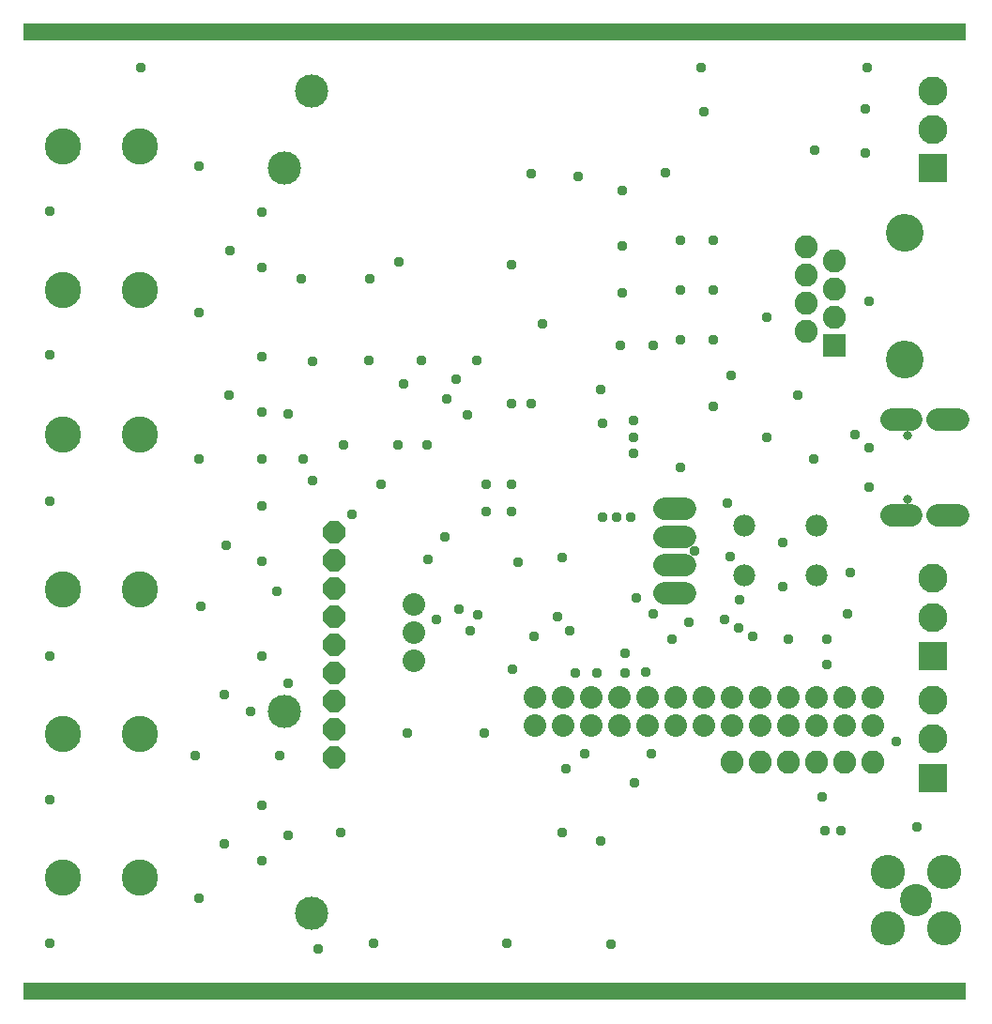
<source format=gbs>
G04 EAGLE Gerber RS-274X export*
G75*
%MOMM*%
%FSLAX34Y34*%
%LPD*%
%INSoldermask Bottom*%
%IPPOS*%
%AMOC8*
5,1,8,0,0,1.08239X$1,22.5*%
G01*
%ADD10C,3.003200*%
%ADD11R,85.000000X1.500000*%
%ADD12C,2.082800*%
%ADD13R,2.082800X2.082800*%
%ADD14C,3.403200*%
%ADD15C,3.263200*%
%ADD16R,2.616200X2.616200*%
%ADD17C,2.616200*%
%ADD18C,2.003200*%
%ADD19C,0.803200*%
%ADD20C,3.083200*%
%ADD21C,2.903200*%
%ADD22C,2.032000*%
%ADD23C,2.032000*%
%ADD24C,1.985200*%
%ADD25P,2.199416X8X202.500000*%
%ADD26C,0.955600*%


D10*
X285000Y240000D03*
D11*
X475000Y852500D03*
X475000Y-12500D03*
D10*
X285000Y730000D03*
X310000Y57500D03*
X310000Y800000D03*
D12*
X756100Y659450D03*
X781500Y646750D03*
X756100Y634050D03*
X756100Y608650D03*
X756100Y583250D03*
X781500Y621350D03*
X781500Y595950D03*
D13*
X781500Y570550D03*
D14*
X845000Y557850D03*
X845000Y672150D03*
D15*
X85000Y750000D03*
X155000Y750000D03*
X85000Y620000D03*
X155000Y620000D03*
X85000Y490000D03*
X155000Y490000D03*
X85000Y350000D03*
X155000Y350000D03*
X85000Y220000D03*
X155000Y220000D03*
X85000Y90000D03*
X155000Y90000D03*
D16*
X870000Y290000D03*
D17*
X870000Y325000D03*
X870000Y360000D03*
D16*
X870000Y180000D03*
D17*
X870000Y215000D03*
X870000Y250000D03*
D18*
X851000Y416800D02*
X833000Y416800D01*
D19*
X847000Y431100D03*
X847000Y488900D03*
D18*
X851000Y503300D02*
X833000Y503300D01*
X874800Y416800D02*
X892800Y416800D01*
X892800Y503300D02*
X874800Y503300D01*
D20*
X880400Y95400D03*
X880400Y44600D03*
X829600Y44600D03*
X829600Y95400D03*
D21*
X855000Y70000D03*
D22*
X646644Y346900D02*
X628356Y346900D01*
X628356Y372300D02*
X646644Y372300D01*
X646644Y397700D02*
X628356Y397700D01*
X628356Y423100D02*
X646644Y423100D01*
D16*
X870000Y730000D03*
D17*
X870000Y765000D03*
X870000Y800000D03*
D23*
X816400Y252700D03*
X791000Y252700D03*
X765600Y252700D03*
X740200Y252700D03*
X714800Y252700D03*
X689400Y252700D03*
X664000Y252700D03*
X638600Y252700D03*
X613200Y252700D03*
X587800Y252700D03*
X562400Y252700D03*
X537000Y252700D03*
X511600Y252700D03*
X816400Y227300D03*
X791000Y227300D03*
X765600Y227300D03*
X740200Y227300D03*
X714800Y227300D03*
X689400Y227300D03*
X664000Y227300D03*
X638600Y227300D03*
X613200Y227300D03*
X587800Y227300D03*
X562400Y227300D03*
X537000Y227300D03*
X511600Y227300D03*
D12*
X689320Y194008D03*
X714720Y194008D03*
X740120Y194008D03*
X765520Y194008D03*
X790920Y194008D03*
X816320Y194008D03*
D24*
X699900Y362500D03*
X699900Y407500D03*
X764900Y362500D03*
X764900Y407500D03*
D23*
X402420Y336370D03*
X402420Y310970D03*
X402420Y285570D03*
D25*
X330000Y198400D03*
X330000Y223800D03*
X330000Y249200D03*
X330000Y274600D03*
X330000Y300000D03*
X330000Y325400D03*
X330000Y350800D03*
X330000Y376200D03*
X330000Y401600D03*
D26*
X73660Y690880D03*
X73660Y561340D03*
X73660Y429260D03*
X73660Y289560D03*
X73660Y160020D03*
X73660Y30480D03*
X510780Y307940D03*
X531180Y325720D03*
X590000Y617500D03*
X642500Y575000D03*
X642500Y620000D03*
X642500Y665000D03*
X590000Y710000D03*
X590000Y660000D03*
X490300Y643180D03*
X518240Y589840D03*
X787500Y132500D03*
X208280Y71120D03*
X205000Y200000D03*
X210000Y335000D03*
X232500Y390000D03*
X208280Y467360D03*
X235000Y525000D03*
X208280Y599440D03*
X388700Y645720D03*
X362500Y630000D03*
X208280Y731520D03*
X535820Y379140D03*
X361320Y556700D03*
X628940Y725960D03*
X365760Y30480D03*
X800000Y490000D03*
X762500Y467500D03*
X372500Y445000D03*
X460000Y327500D03*
X467500Y445000D03*
X490000Y445000D03*
X490000Y420000D03*
X467500Y420000D03*
X720000Y487500D03*
X490000Y517500D03*
X572500Y500000D03*
X580000Y30000D03*
X490760Y277980D03*
X618260Y327980D03*
X793260Y327980D03*
X795760Y365480D03*
X695760Y340480D03*
X748260Y525480D03*
X720760Y595480D03*
X288260Y507980D03*
X338260Y480480D03*
X278260Y347980D03*
X280760Y200480D03*
X288260Y265480D03*
X230760Y255480D03*
X288260Y127980D03*
X345760Y417980D03*
X310760Y447980D03*
X458820Y556700D03*
X408820Y556700D03*
X550000Y722500D03*
X663940Y780960D03*
X808940Y783460D03*
X808940Y743460D03*
X763940Y745960D03*
X507500Y725000D03*
X588260Y570480D03*
X618260Y570480D03*
X688260Y542980D03*
X570760Y530480D03*
X770760Y162980D03*
X570760Y122980D03*
X610760Y275480D03*
X485760Y30480D03*
X395760Y220480D03*
X465760Y220480D03*
X335760Y130480D03*
X535760Y130480D03*
X600760Y175480D03*
X855760Y135480D03*
X230760Y120480D03*
X315760Y25480D03*
X235760Y655480D03*
X810760Y820480D03*
X660760Y820480D03*
X155760Y820480D03*
X310760Y555480D03*
X300760Y630480D03*
X495820Y374140D03*
X772514Y132500D03*
X812800Y441880D03*
X812800Y609600D03*
X812500Y477500D03*
X672500Y620000D03*
X672500Y665000D03*
X672500Y575000D03*
X837500Y212500D03*
X265000Y155000D03*
X265000Y105000D03*
X255000Y240000D03*
X265000Y690000D03*
X265000Y640000D03*
X265000Y560000D03*
X265000Y510000D03*
X265000Y425000D03*
X265000Y375000D03*
X265000Y290000D03*
X302500Y467500D03*
X387500Y480000D03*
X775000Y282500D03*
X775000Y305000D03*
X442500Y332500D03*
X672500Y515000D03*
X507500Y517500D03*
X440000Y540000D03*
X392500Y535000D03*
X265000Y467500D03*
X642500Y460000D03*
X735000Y392500D03*
X735000Y352500D03*
X685000Y427500D03*
X635000Y305000D03*
X650000Y320000D03*
X422500Y322500D03*
X452500Y312500D03*
X572500Y415000D03*
X600000Y502500D03*
X585000Y415000D03*
X600000Y487500D03*
X414300Y480460D03*
X431800Y521580D03*
X415000Y377500D03*
X687500Y380000D03*
X655000Y385000D03*
X707500Y307500D03*
X567500Y275000D03*
X592500Y275000D03*
X556260Y202250D03*
X615950Y202250D03*
X592500Y292500D03*
X547500Y275000D03*
X430000Y397500D03*
X450000Y507500D03*
X695000Y315000D03*
X682500Y322500D03*
X538960Y188280D03*
X740000Y305000D03*
X542500Y312500D03*
X602500Y342500D03*
X597500Y415000D03*
X600000Y472500D03*
M02*

</source>
